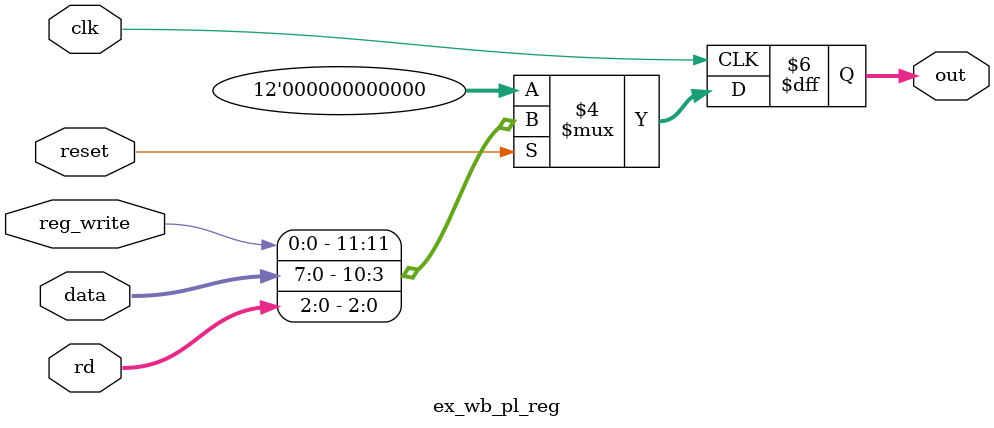
<source format=v>
`timescale 1ns / 1ps


module ex_wb_pl_reg(
 input clk,
  input reset,
  input reg_write,
  input [7:0] data,
  input [2:0] rd,
  output reg [11:0]out

    );
    
    always@(posedge clk)
    begin
    if(!reset)
    out = 0;
    else
    out = {reg_write,data,rd} ;
    end
endmodule

</source>
